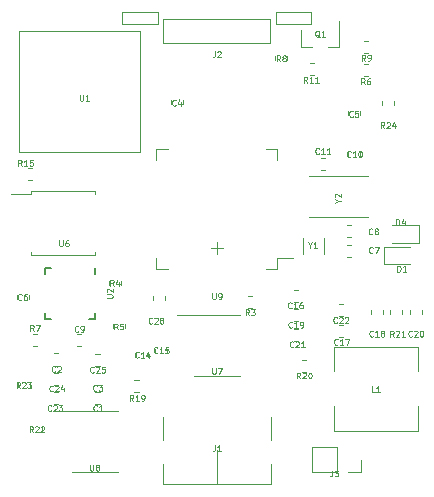
<source format=gbr>
G04 #@! TF.GenerationSoftware,KiCad,Pcbnew,(5.1.6-0-10_14)*
G04 #@! TF.CreationDate,2020-09-27T10:59:16+08:00*
G04 #@! TF.ProjectId,Watch_F4,57617463-685f-4463-942e-6b696361645f,rev?*
G04 #@! TF.SameCoordinates,Original*
G04 #@! TF.FileFunction,Legend,Top*
G04 #@! TF.FilePolarity,Positive*
%FSLAX46Y46*%
G04 Gerber Fmt 4.6, Leading zero omitted, Abs format (unit mm)*
G04 Created by KiCad (PCBNEW (5.1.6-0-10_14)) date 2020-09-27 10:59:16*
%MOMM*%
%LPD*%
G01*
G04 APERTURE LIST*
%ADD10C,0.120000*%
%ADD11C,0.150000*%
%ADD12C,0.050000*%
G04 APERTURE END LIST*
D10*
X148000000Y-105500000D02*
X148000000Y-106500000D01*
X147500000Y-106000000D02*
X148500000Y-106000000D01*
X140000000Y-86000000D02*
X143000000Y-86000000D01*
X140000000Y-87000000D02*
X140000000Y-86000000D01*
X143000000Y-87000000D02*
X140000000Y-87000000D01*
X143000000Y-86000000D02*
X143000000Y-87000000D01*
X153000000Y-87000000D02*
X153000000Y-86000000D01*
X156000000Y-87000000D02*
X153000000Y-87000000D01*
X156000000Y-86000000D02*
X156000000Y-87000000D01*
X153000000Y-86000000D02*
X156000000Y-86000000D01*
X148000000Y-126000000D02*
X148000000Y-123100000D01*
X152580000Y-125935000D02*
X143420000Y-125935000D01*
X143420000Y-125935000D02*
X143420000Y-124230000D01*
X152580000Y-124230000D02*
X152580000Y-125935000D01*
X152580000Y-122220000D02*
X152580000Y-120300000D01*
X143420000Y-120300000D02*
X143420000Y-122220000D01*
X143475000Y-88600000D02*
X143475000Y-86600000D01*
X143475000Y-86600000D02*
X152525000Y-86600000D01*
X152525000Y-86600000D02*
X152525000Y-88600000D01*
X152525000Y-88600000D02*
X143475000Y-88600000D01*
X164400000Y-105885000D02*
X162115000Y-105885000D01*
X162115000Y-105885000D02*
X162115000Y-107355000D01*
X162115000Y-107355000D02*
X164400000Y-107355000D01*
X162800000Y-105535000D02*
X165085000Y-105535000D01*
X165085000Y-105535000D02*
X165085000Y-104065000D01*
X165085000Y-104065000D02*
X162800000Y-104065000D01*
X155160000Y-88960000D02*
X156090000Y-88960000D01*
X158320000Y-88960000D02*
X157390000Y-88960000D01*
X158320000Y-88960000D02*
X158320000Y-86800000D01*
X155160000Y-88960000D02*
X155160000Y-87500000D01*
X163010000Y-93523733D02*
X163010000Y-93866267D01*
X161990000Y-93523733D02*
X161990000Y-93866267D01*
X160498733Y-90370000D02*
X160841267Y-90370000D01*
X160498733Y-91390000D02*
X160841267Y-91390000D01*
X156201267Y-91340000D02*
X155858733Y-91340000D01*
X156201267Y-90320000D02*
X155858733Y-90320000D01*
X160478733Y-88490000D02*
X160821267Y-88490000D01*
X160478733Y-89510000D02*
X160821267Y-89510000D01*
X153960000Y-89718733D02*
X153960000Y-90061267D01*
X152940000Y-89718733D02*
X152940000Y-90061267D01*
X143590000Y-110043733D02*
X143590000Y-110386267D01*
X142570000Y-110043733D02*
X142570000Y-110386267D01*
X143840000Y-97570000D02*
X142890000Y-97570000D01*
X142890000Y-97570000D02*
X142890000Y-98520000D01*
X152160000Y-97570000D02*
X153110000Y-97570000D01*
X153110000Y-97570000D02*
X153110000Y-98520000D01*
X143840000Y-107790000D02*
X142890000Y-107790000D01*
X142890000Y-107790000D02*
X142890000Y-106840000D01*
X152160000Y-107790000D02*
X153110000Y-107790000D01*
X153110000Y-107790000D02*
X153110000Y-106840000D01*
X153110000Y-106840000D02*
X154450000Y-106840000D01*
X131240000Y-87600000D02*
X141460000Y-87620000D01*
X141460000Y-87620000D02*
X141460000Y-97820000D01*
X131240000Y-97820000D02*
X131240000Y-87600000D01*
X131240000Y-97820000D02*
X141460000Y-97820000D01*
X155315000Y-105175000D02*
X155315000Y-106525000D01*
X157065000Y-105175000D02*
X157065000Y-106525000D01*
X160810000Y-103320000D02*
X155810000Y-103320000D01*
X160810000Y-99900000D02*
X155810000Y-99900000D01*
X134980000Y-106615000D02*
X137705000Y-106615000D01*
X137705000Y-106615000D02*
X137705000Y-106355000D01*
X134980000Y-106615000D02*
X132255000Y-106615000D01*
X132255000Y-106615000D02*
X132255000Y-106355000D01*
X134980000Y-101165000D02*
X137705000Y-101165000D01*
X137705000Y-101165000D02*
X137705000Y-101425000D01*
X134980000Y-101165000D02*
X132255000Y-101165000D01*
X132255000Y-101165000D02*
X132255000Y-101425000D01*
X132255000Y-101425000D02*
X130580000Y-101425000D01*
X137650000Y-124910000D02*
X139600000Y-124910000D01*
X137650000Y-124910000D02*
X135700000Y-124910000D01*
X137650000Y-119790000D02*
X139600000Y-119790000D01*
X137650000Y-119790000D02*
X134200000Y-119790000D01*
X148050000Y-116810000D02*
X150000000Y-116810000D01*
X148050000Y-116810000D02*
X146100000Y-116810000D01*
X148050000Y-111690000D02*
X150000000Y-111690000D01*
X148050000Y-111690000D02*
X144600000Y-111690000D01*
D11*
X137720000Y-111970000D02*
X137195000Y-111970000D01*
X133420000Y-107670000D02*
X133945000Y-107670000D01*
X133420000Y-111970000D02*
X133945000Y-111970000D01*
X137720000Y-107670000D02*
X137720000Y-108195000D01*
X133420000Y-107670000D02*
X133420000Y-108195000D01*
X133420000Y-111970000D02*
X133420000Y-111445000D01*
X137720000Y-111970000D02*
X137720000Y-111445000D01*
D10*
X132801267Y-114260000D02*
X132458733Y-114260000D01*
X132801267Y-113240000D02*
X132458733Y-113240000D01*
X140260000Y-112428733D02*
X140260000Y-112771267D01*
X139240000Y-112428733D02*
X139240000Y-112771267D01*
X138850000Y-109076267D02*
X138850000Y-108733733D01*
X139870000Y-109076267D02*
X139870000Y-108733733D01*
X132210000Y-117378733D02*
X132210000Y-117721267D01*
X131190000Y-117378733D02*
X131190000Y-117721267D01*
X132190000Y-121521267D02*
X132190000Y-121178733D01*
X133210000Y-121521267D02*
X133210000Y-121178733D01*
X162690000Y-111571267D02*
X162690000Y-111228733D01*
X163710000Y-111571267D02*
X163710000Y-111228733D01*
X155228733Y-115440000D02*
X155571267Y-115440000D01*
X155228733Y-116460000D02*
X155571267Y-116460000D01*
X141371267Y-118210000D02*
X141028733Y-118210000D01*
X141371267Y-117190000D02*
X141028733Y-117190000D01*
X150971267Y-111060000D02*
X150628733Y-111060000D01*
X150971267Y-110040000D02*
X150628733Y-110040000D01*
X132396267Y-100230000D02*
X132053733Y-100230000D01*
X132396267Y-99210000D02*
X132053733Y-99210000D01*
X157900000Y-119400000D02*
X157900000Y-121450000D01*
X157900000Y-121450000D02*
X165000000Y-121450000D01*
X165000000Y-121450000D02*
X165000000Y-119400000D01*
X157900000Y-116400000D02*
X157900000Y-114350000D01*
X157900000Y-114350000D02*
X165000000Y-114350000D01*
X165000000Y-114350000D02*
X165000000Y-116400000D01*
X158150000Y-122840000D02*
X158150000Y-124960000D01*
X158150000Y-122840000D02*
X156090000Y-122840000D01*
X156090000Y-122840000D02*
X156090000Y-124960000D01*
X158150000Y-124960000D02*
X156090000Y-124960000D01*
X160210000Y-124960000D02*
X159150000Y-124960000D01*
X160210000Y-123900000D02*
X160210000Y-124960000D01*
X137728733Y-114940000D02*
X138071267Y-114940000D01*
X137728733Y-115960000D02*
X138071267Y-115960000D01*
X136501267Y-114260000D02*
X136158733Y-114260000D01*
X136501267Y-113240000D02*
X136158733Y-113240000D01*
X132120000Y-109933733D02*
X132120000Y-110276267D01*
X131100000Y-109933733D02*
X131100000Y-110276267D01*
X144100000Y-93771267D02*
X144100000Y-93428733D01*
X145120000Y-93771267D02*
X145120000Y-93428733D01*
X134596267Y-117565000D02*
X134253733Y-117565000D01*
X134596267Y-116545000D02*
X134253733Y-116545000D01*
X134571267Y-119210000D02*
X134228733Y-119210000D01*
X134571267Y-118190000D02*
X134228733Y-118190000D01*
X158671267Y-111760000D02*
X158328733Y-111760000D01*
X158671267Y-110740000D02*
X158328733Y-110740000D01*
X154533733Y-112800000D02*
X154876267Y-112800000D01*
X154533733Y-113820000D02*
X154876267Y-113820000D01*
X164340000Y-111571267D02*
X164340000Y-111228733D01*
X165360000Y-111571267D02*
X165360000Y-111228733D01*
X154558733Y-111165000D02*
X154901267Y-111165000D01*
X154558733Y-112185000D02*
X154901267Y-112185000D01*
X162060000Y-111228733D02*
X162060000Y-111571267D01*
X161040000Y-111228733D02*
X161040000Y-111571267D01*
X160160000Y-94418733D02*
X160160000Y-94761267D01*
X159140000Y-94418733D02*
X159140000Y-94761267D01*
X158671267Y-113510000D02*
X158328733Y-113510000D01*
X158671267Y-112490000D02*
X158328733Y-112490000D01*
X156858733Y-98360000D02*
X157201267Y-98360000D01*
X156858733Y-99380000D02*
X157201267Y-99380000D01*
X154563733Y-109530000D02*
X154906267Y-109530000D01*
X154563733Y-110550000D02*
X154906267Y-110550000D01*
X159130000Y-98186267D02*
X159130000Y-97843733D01*
X160150000Y-98186267D02*
X160150000Y-97843733D01*
X142790000Y-114846267D02*
X142790000Y-114503733D01*
X143810000Y-114846267D02*
X143810000Y-114503733D01*
X141190000Y-115221267D02*
X141190000Y-114878733D01*
X142210000Y-115221267D02*
X142210000Y-114878733D01*
X158988733Y-104060000D02*
X159331267Y-104060000D01*
X158988733Y-105080000D02*
X159331267Y-105080000D01*
X158993733Y-105710000D02*
X159336267Y-105710000D01*
X158993733Y-106730000D02*
X159336267Y-106730000D01*
X137733733Y-116550000D02*
X138076267Y-116550000D01*
X137733733Y-117570000D02*
X138076267Y-117570000D01*
X134591267Y-115930000D02*
X134248733Y-115930000D01*
X134591267Y-114910000D02*
X134248733Y-114910000D01*
X137728733Y-118190000D02*
X138071267Y-118190000D01*
X137728733Y-119210000D02*
X138071267Y-119210000D01*
D12*
X147833333Y-122676190D02*
X147833333Y-123033333D01*
X147809523Y-123104761D01*
X147761904Y-123152380D01*
X147690476Y-123176190D01*
X147642857Y-123176190D01*
X148333333Y-123176190D02*
X148047619Y-123176190D01*
X148190476Y-123176190D02*
X148190476Y-122676190D01*
X148142857Y-122747619D01*
X148095238Y-122795238D01*
X148047619Y-122819047D01*
X147833333Y-89326190D02*
X147833333Y-89683333D01*
X147809523Y-89754761D01*
X147761904Y-89802380D01*
X147690476Y-89826190D01*
X147642857Y-89826190D01*
X148047619Y-89373809D02*
X148071428Y-89350000D01*
X148119047Y-89326190D01*
X148238095Y-89326190D01*
X148285714Y-89350000D01*
X148309523Y-89373809D01*
X148333333Y-89421428D01*
X148333333Y-89469047D01*
X148309523Y-89540476D01*
X148023809Y-89826190D01*
X148333333Y-89826190D01*
X163180952Y-104026190D02*
X163180952Y-103526190D01*
X163300000Y-103526190D01*
X163371428Y-103550000D01*
X163419047Y-103597619D01*
X163442857Y-103645238D01*
X163466666Y-103740476D01*
X163466666Y-103811904D01*
X163442857Y-103907142D01*
X163419047Y-103954761D01*
X163371428Y-104002380D01*
X163300000Y-104026190D01*
X163180952Y-104026190D01*
X163895238Y-103692857D02*
X163895238Y-104026190D01*
X163776190Y-103502380D02*
X163657142Y-103859523D01*
X163966666Y-103859523D01*
X163280952Y-107976190D02*
X163280952Y-107476190D01*
X163400000Y-107476190D01*
X163471428Y-107500000D01*
X163519047Y-107547619D01*
X163542857Y-107595238D01*
X163566666Y-107690476D01*
X163566666Y-107761904D01*
X163542857Y-107857142D01*
X163519047Y-107904761D01*
X163471428Y-107952380D01*
X163400000Y-107976190D01*
X163280952Y-107976190D01*
X164042857Y-107976190D02*
X163757142Y-107976190D01*
X163900000Y-107976190D02*
X163900000Y-107476190D01*
X163852380Y-107547619D01*
X163804761Y-107595238D01*
X163757142Y-107619047D01*
X156702380Y-88123809D02*
X156654761Y-88100000D01*
X156607142Y-88052380D01*
X156535714Y-87980952D01*
X156488095Y-87957142D01*
X156440476Y-87957142D01*
X156464285Y-88076190D02*
X156416666Y-88052380D01*
X156369047Y-88004761D01*
X156345238Y-87909523D01*
X156345238Y-87742857D01*
X156369047Y-87647619D01*
X156416666Y-87600000D01*
X156464285Y-87576190D01*
X156559523Y-87576190D01*
X156607142Y-87600000D01*
X156654761Y-87647619D01*
X156678571Y-87742857D01*
X156678571Y-87909523D01*
X156654761Y-88004761D01*
X156607142Y-88052380D01*
X156559523Y-88076190D01*
X156464285Y-88076190D01*
X157154761Y-88076190D02*
X156869047Y-88076190D01*
X157011904Y-88076190D02*
X157011904Y-87576190D01*
X156964285Y-87647619D01*
X156916666Y-87695238D01*
X156869047Y-87719047D01*
X162178571Y-95826190D02*
X162011904Y-95588095D01*
X161892857Y-95826190D02*
X161892857Y-95326190D01*
X162083333Y-95326190D01*
X162130952Y-95350000D01*
X162154761Y-95373809D01*
X162178571Y-95421428D01*
X162178571Y-95492857D01*
X162154761Y-95540476D01*
X162130952Y-95564285D01*
X162083333Y-95588095D01*
X161892857Y-95588095D01*
X162369047Y-95373809D02*
X162392857Y-95350000D01*
X162440476Y-95326190D01*
X162559523Y-95326190D01*
X162607142Y-95350000D01*
X162630952Y-95373809D01*
X162654761Y-95421428D01*
X162654761Y-95469047D01*
X162630952Y-95540476D01*
X162345238Y-95826190D01*
X162654761Y-95826190D01*
X163083333Y-95492857D02*
X163083333Y-95826190D01*
X162964285Y-95302380D02*
X162845238Y-95659523D01*
X163154761Y-95659523D01*
X160516666Y-92126190D02*
X160350000Y-91888095D01*
X160230952Y-92126190D02*
X160230952Y-91626190D01*
X160421428Y-91626190D01*
X160469047Y-91650000D01*
X160492857Y-91673809D01*
X160516666Y-91721428D01*
X160516666Y-91792857D01*
X160492857Y-91840476D01*
X160469047Y-91864285D01*
X160421428Y-91888095D01*
X160230952Y-91888095D01*
X160945238Y-91626190D02*
X160850000Y-91626190D01*
X160802380Y-91650000D01*
X160778571Y-91673809D01*
X160730952Y-91745238D01*
X160707142Y-91840476D01*
X160707142Y-92030952D01*
X160730952Y-92078571D01*
X160754761Y-92102380D01*
X160802380Y-92126190D01*
X160897619Y-92126190D01*
X160945238Y-92102380D01*
X160969047Y-92078571D01*
X160992857Y-92030952D01*
X160992857Y-91911904D01*
X160969047Y-91864285D01*
X160945238Y-91840476D01*
X160897619Y-91816666D01*
X160802380Y-91816666D01*
X160754761Y-91840476D01*
X160730952Y-91864285D01*
X160707142Y-91911904D01*
X155678571Y-91976190D02*
X155511904Y-91738095D01*
X155392857Y-91976190D02*
X155392857Y-91476190D01*
X155583333Y-91476190D01*
X155630952Y-91500000D01*
X155654761Y-91523809D01*
X155678571Y-91571428D01*
X155678571Y-91642857D01*
X155654761Y-91690476D01*
X155630952Y-91714285D01*
X155583333Y-91738095D01*
X155392857Y-91738095D01*
X156154761Y-91976190D02*
X155869047Y-91976190D01*
X156011904Y-91976190D02*
X156011904Y-91476190D01*
X155964285Y-91547619D01*
X155916666Y-91595238D01*
X155869047Y-91619047D01*
X156630952Y-91976190D02*
X156345238Y-91976190D01*
X156488095Y-91976190D02*
X156488095Y-91476190D01*
X156440476Y-91547619D01*
X156392857Y-91595238D01*
X156345238Y-91619047D01*
X160566666Y-90126190D02*
X160400000Y-89888095D01*
X160280952Y-90126190D02*
X160280952Y-89626190D01*
X160471428Y-89626190D01*
X160519047Y-89650000D01*
X160542857Y-89673809D01*
X160566666Y-89721428D01*
X160566666Y-89792857D01*
X160542857Y-89840476D01*
X160519047Y-89864285D01*
X160471428Y-89888095D01*
X160280952Y-89888095D01*
X160804761Y-90126190D02*
X160900000Y-90126190D01*
X160947619Y-90102380D01*
X160971428Y-90078571D01*
X161019047Y-90007142D01*
X161042857Y-89911904D01*
X161042857Y-89721428D01*
X161019047Y-89673809D01*
X160995238Y-89650000D01*
X160947619Y-89626190D01*
X160852380Y-89626190D01*
X160804761Y-89650000D01*
X160780952Y-89673809D01*
X160757142Y-89721428D01*
X160757142Y-89840476D01*
X160780952Y-89888095D01*
X160804761Y-89911904D01*
X160852380Y-89935714D01*
X160947619Y-89935714D01*
X160995238Y-89911904D01*
X161019047Y-89888095D01*
X161042857Y-89840476D01*
X153366666Y-90176190D02*
X153200000Y-89938095D01*
X153080952Y-90176190D02*
X153080952Y-89676190D01*
X153271428Y-89676190D01*
X153319047Y-89700000D01*
X153342857Y-89723809D01*
X153366666Y-89771428D01*
X153366666Y-89842857D01*
X153342857Y-89890476D01*
X153319047Y-89914285D01*
X153271428Y-89938095D01*
X153080952Y-89938095D01*
X153652380Y-89890476D02*
X153604761Y-89866666D01*
X153580952Y-89842857D01*
X153557142Y-89795238D01*
X153557142Y-89771428D01*
X153580952Y-89723809D01*
X153604761Y-89700000D01*
X153652380Y-89676190D01*
X153747619Y-89676190D01*
X153795238Y-89700000D01*
X153819047Y-89723809D01*
X153842857Y-89771428D01*
X153842857Y-89795238D01*
X153819047Y-89842857D01*
X153795238Y-89866666D01*
X153747619Y-89890476D01*
X153652380Y-89890476D01*
X153604761Y-89914285D01*
X153580952Y-89938095D01*
X153557142Y-89985714D01*
X153557142Y-90080952D01*
X153580952Y-90128571D01*
X153604761Y-90152380D01*
X153652380Y-90176190D01*
X153747619Y-90176190D01*
X153795238Y-90152380D01*
X153819047Y-90128571D01*
X153842857Y-90080952D01*
X153842857Y-89985714D01*
X153819047Y-89938095D01*
X153795238Y-89914285D01*
X153747619Y-89890476D01*
X142528571Y-112328571D02*
X142504761Y-112352380D01*
X142433333Y-112376190D01*
X142385714Y-112376190D01*
X142314285Y-112352380D01*
X142266666Y-112304761D01*
X142242857Y-112257142D01*
X142219047Y-112161904D01*
X142219047Y-112090476D01*
X142242857Y-111995238D01*
X142266666Y-111947619D01*
X142314285Y-111900000D01*
X142385714Y-111876190D01*
X142433333Y-111876190D01*
X142504761Y-111900000D01*
X142528571Y-111923809D01*
X142719047Y-111923809D02*
X142742857Y-111900000D01*
X142790476Y-111876190D01*
X142909523Y-111876190D01*
X142957142Y-111900000D01*
X142980952Y-111923809D01*
X143004761Y-111971428D01*
X143004761Y-112019047D01*
X142980952Y-112090476D01*
X142695238Y-112376190D01*
X143004761Y-112376190D01*
X143290476Y-112090476D02*
X143242857Y-112066666D01*
X143219047Y-112042857D01*
X143195238Y-111995238D01*
X143195238Y-111971428D01*
X143219047Y-111923809D01*
X143242857Y-111900000D01*
X143290476Y-111876190D01*
X143385714Y-111876190D01*
X143433333Y-111900000D01*
X143457142Y-111923809D01*
X143480952Y-111971428D01*
X143480952Y-111995238D01*
X143457142Y-112042857D01*
X143433333Y-112066666D01*
X143385714Y-112090476D01*
X143290476Y-112090476D01*
X143242857Y-112114285D01*
X143219047Y-112138095D01*
X143195238Y-112185714D01*
X143195238Y-112280952D01*
X143219047Y-112328571D01*
X143242857Y-112352380D01*
X143290476Y-112376190D01*
X143385714Y-112376190D01*
X143433333Y-112352380D01*
X143457142Y-112328571D01*
X143480952Y-112280952D01*
X143480952Y-112185714D01*
X143457142Y-112138095D01*
X143433333Y-112114285D01*
X143385714Y-112090476D01*
X147619047Y-109806190D02*
X147619047Y-110210952D01*
X147642857Y-110258571D01*
X147666666Y-110282380D01*
X147714285Y-110306190D01*
X147809523Y-110306190D01*
X147857142Y-110282380D01*
X147880952Y-110258571D01*
X147904761Y-110210952D01*
X147904761Y-109806190D01*
X148166666Y-110306190D02*
X148261904Y-110306190D01*
X148309523Y-110282380D01*
X148333333Y-110258571D01*
X148380952Y-110187142D01*
X148404761Y-110091904D01*
X148404761Y-109901428D01*
X148380952Y-109853809D01*
X148357142Y-109830000D01*
X148309523Y-109806190D01*
X148214285Y-109806190D01*
X148166666Y-109830000D01*
X148142857Y-109853809D01*
X148119047Y-109901428D01*
X148119047Y-110020476D01*
X148142857Y-110068095D01*
X148166666Y-110091904D01*
X148214285Y-110115714D01*
X148309523Y-110115714D01*
X148357142Y-110091904D01*
X148380952Y-110068095D01*
X148404761Y-110020476D01*
X136399047Y-92996190D02*
X136399047Y-93400952D01*
X136422857Y-93448571D01*
X136446666Y-93472380D01*
X136494285Y-93496190D01*
X136589523Y-93496190D01*
X136637142Y-93472380D01*
X136660952Y-93448571D01*
X136684761Y-93400952D01*
X136684761Y-92996190D01*
X137184761Y-93496190D02*
X136899047Y-93496190D01*
X137041904Y-93496190D02*
X137041904Y-92996190D01*
X136994285Y-93067619D01*
X136946666Y-93115238D01*
X136899047Y-93139047D01*
X155891904Y-105728095D02*
X155891904Y-105966190D01*
X155725238Y-105466190D02*
X155891904Y-105728095D01*
X156058571Y-105466190D01*
X156487142Y-105966190D02*
X156201428Y-105966190D01*
X156344285Y-105966190D02*
X156344285Y-105466190D01*
X156296666Y-105537619D01*
X156249047Y-105585238D01*
X156201428Y-105609047D01*
X158258095Y-101978095D02*
X158496190Y-101978095D01*
X157996190Y-102144761D02*
X158258095Y-101978095D01*
X157996190Y-101811428D01*
X158043809Y-101668571D02*
X158020000Y-101644761D01*
X157996190Y-101597142D01*
X157996190Y-101478095D01*
X158020000Y-101430476D01*
X158043809Y-101406666D01*
X158091428Y-101382857D01*
X158139047Y-101382857D01*
X158210476Y-101406666D01*
X158496190Y-101692380D01*
X158496190Y-101382857D01*
X134669047Y-105326190D02*
X134669047Y-105730952D01*
X134692857Y-105778571D01*
X134716666Y-105802380D01*
X134764285Y-105826190D01*
X134859523Y-105826190D01*
X134907142Y-105802380D01*
X134930952Y-105778571D01*
X134954761Y-105730952D01*
X134954761Y-105326190D01*
X135407142Y-105326190D02*
X135311904Y-105326190D01*
X135264285Y-105350000D01*
X135240476Y-105373809D01*
X135192857Y-105445238D01*
X135169047Y-105540476D01*
X135169047Y-105730952D01*
X135192857Y-105778571D01*
X135216666Y-105802380D01*
X135264285Y-105826190D01*
X135359523Y-105826190D01*
X135407142Y-105802380D01*
X135430952Y-105778571D01*
X135454761Y-105730952D01*
X135454761Y-105611904D01*
X135430952Y-105564285D01*
X135407142Y-105540476D01*
X135359523Y-105516666D01*
X135264285Y-105516666D01*
X135216666Y-105540476D01*
X135192857Y-105564285D01*
X135169047Y-105611904D01*
X137269047Y-124326190D02*
X137269047Y-124730952D01*
X137292857Y-124778571D01*
X137316666Y-124802380D01*
X137364285Y-124826190D01*
X137459523Y-124826190D01*
X137507142Y-124802380D01*
X137530952Y-124778571D01*
X137554761Y-124730952D01*
X137554761Y-124326190D01*
X137864285Y-124540476D02*
X137816666Y-124516666D01*
X137792857Y-124492857D01*
X137769047Y-124445238D01*
X137769047Y-124421428D01*
X137792857Y-124373809D01*
X137816666Y-124350000D01*
X137864285Y-124326190D01*
X137959523Y-124326190D01*
X138007142Y-124350000D01*
X138030952Y-124373809D01*
X138054761Y-124421428D01*
X138054761Y-124445238D01*
X138030952Y-124492857D01*
X138007142Y-124516666D01*
X137959523Y-124540476D01*
X137864285Y-124540476D01*
X137816666Y-124564285D01*
X137792857Y-124588095D01*
X137769047Y-124635714D01*
X137769047Y-124730952D01*
X137792857Y-124778571D01*
X137816666Y-124802380D01*
X137864285Y-124826190D01*
X137959523Y-124826190D01*
X138007142Y-124802380D01*
X138030952Y-124778571D01*
X138054761Y-124730952D01*
X138054761Y-124635714D01*
X138030952Y-124588095D01*
X138007142Y-124564285D01*
X137959523Y-124540476D01*
X147619047Y-116126190D02*
X147619047Y-116530952D01*
X147642857Y-116578571D01*
X147666666Y-116602380D01*
X147714285Y-116626190D01*
X147809523Y-116626190D01*
X147857142Y-116602380D01*
X147880952Y-116578571D01*
X147904761Y-116530952D01*
X147904761Y-116126190D01*
X148095238Y-116126190D02*
X148428571Y-116126190D01*
X148214285Y-116626190D01*
X138671190Y-110200952D02*
X139075952Y-110200952D01*
X139123571Y-110177142D01*
X139147380Y-110153333D01*
X139171190Y-110105714D01*
X139171190Y-110010476D01*
X139147380Y-109962857D01*
X139123571Y-109939047D01*
X139075952Y-109915238D01*
X138671190Y-109915238D01*
X138718809Y-109700952D02*
X138695000Y-109677142D01*
X138671190Y-109629523D01*
X138671190Y-109510476D01*
X138695000Y-109462857D01*
X138718809Y-109439047D01*
X138766428Y-109415238D01*
X138814047Y-109415238D01*
X138885476Y-109439047D01*
X139171190Y-109724761D01*
X139171190Y-109415238D01*
X132504666Y-113002190D02*
X132338000Y-112764095D01*
X132218952Y-113002190D02*
X132218952Y-112502190D01*
X132409428Y-112502190D01*
X132457047Y-112526000D01*
X132480857Y-112549809D01*
X132504666Y-112597428D01*
X132504666Y-112668857D01*
X132480857Y-112716476D01*
X132457047Y-112740285D01*
X132409428Y-112764095D01*
X132218952Y-112764095D01*
X132671333Y-112502190D02*
X133004666Y-112502190D01*
X132790380Y-113002190D01*
X139616666Y-112876190D02*
X139450000Y-112638095D01*
X139330952Y-112876190D02*
X139330952Y-112376190D01*
X139521428Y-112376190D01*
X139569047Y-112400000D01*
X139592857Y-112423809D01*
X139616666Y-112471428D01*
X139616666Y-112542857D01*
X139592857Y-112590476D01*
X139569047Y-112614285D01*
X139521428Y-112638095D01*
X139330952Y-112638095D01*
X140069047Y-112376190D02*
X139830952Y-112376190D01*
X139807142Y-112614285D01*
X139830952Y-112590476D01*
X139878571Y-112566666D01*
X139997619Y-112566666D01*
X140045238Y-112590476D01*
X140069047Y-112614285D01*
X140092857Y-112661904D01*
X140092857Y-112780952D01*
X140069047Y-112828571D01*
X140045238Y-112852380D01*
X139997619Y-112876190D01*
X139878571Y-112876190D01*
X139830952Y-112852380D01*
X139807142Y-112828571D01*
X139266666Y-109176190D02*
X139100000Y-108938095D01*
X138980952Y-109176190D02*
X138980952Y-108676190D01*
X139171428Y-108676190D01*
X139219047Y-108700000D01*
X139242857Y-108723809D01*
X139266666Y-108771428D01*
X139266666Y-108842857D01*
X139242857Y-108890476D01*
X139219047Y-108914285D01*
X139171428Y-108938095D01*
X138980952Y-108938095D01*
X139695238Y-108842857D02*
X139695238Y-109176190D01*
X139576190Y-108652380D02*
X139457142Y-109009523D01*
X139766666Y-109009523D01*
X131328571Y-117826190D02*
X131161904Y-117588095D01*
X131042857Y-117826190D02*
X131042857Y-117326190D01*
X131233333Y-117326190D01*
X131280952Y-117350000D01*
X131304761Y-117373809D01*
X131328571Y-117421428D01*
X131328571Y-117492857D01*
X131304761Y-117540476D01*
X131280952Y-117564285D01*
X131233333Y-117588095D01*
X131042857Y-117588095D01*
X131519047Y-117373809D02*
X131542857Y-117350000D01*
X131590476Y-117326190D01*
X131709523Y-117326190D01*
X131757142Y-117350000D01*
X131780952Y-117373809D01*
X131804761Y-117421428D01*
X131804761Y-117469047D01*
X131780952Y-117540476D01*
X131495238Y-117826190D01*
X131804761Y-117826190D01*
X131971428Y-117326190D02*
X132280952Y-117326190D01*
X132114285Y-117516666D01*
X132185714Y-117516666D01*
X132233333Y-117540476D01*
X132257142Y-117564285D01*
X132280952Y-117611904D01*
X132280952Y-117730952D01*
X132257142Y-117778571D01*
X132233333Y-117802380D01*
X132185714Y-117826190D01*
X132042857Y-117826190D01*
X131995238Y-117802380D01*
X131971428Y-117778571D01*
X132428571Y-121576190D02*
X132261904Y-121338095D01*
X132142857Y-121576190D02*
X132142857Y-121076190D01*
X132333333Y-121076190D01*
X132380952Y-121100000D01*
X132404761Y-121123809D01*
X132428571Y-121171428D01*
X132428571Y-121242857D01*
X132404761Y-121290476D01*
X132380952Y-121314285D01*
X132333333Y-121338095D01*
X132142857Y-121338095D01*
X132619047Y-121123809D02*
X132642857Y-121100000D01*
X132690476Y-121076190D01*
X132809523Y-121076190D01*
X132857142Y-121100000D01*
X132880952Y-121123809D01*
X132904761Y-121171428D01*
X132904761Y-121219047D01*
X132880952Y-121290476D01*
X132595238Y-121576190D01*
X132904761Y-121576190D01*
X133095238Y-121123809D02*
X133119047Y-121100000D01*
X133166666Y-121076190D01*
X133285714Y-121076190D01*
X133333333Y-121100000D01*
X133357142Y-121123809D01*
X133380952Y-121171428D01*
X133380952Y-121219047D01*
X133357142Y-121290476D01*
X133071428Y-121576190D01*
X133380952Y-121576190D01*
X162978571Y-113476190D02*
X162811904Y-113238095D01*
X162692857Y-113476190D02*
X162692857Y-112976190D01*
X162883333Y-112976190D01*
X162930952Y-113000000D01*
X162954761Y-113023809D01*
X162978571Y-113071428D01*
X162978571Y-113142857D01*
X162954761Y-113190476D01*
X162930952Y-113214285D01*
X162883333Y-113238095D01*
X162692857Y-113238095D01*
X163169047Y-113023809D02*
X163192857Y-113000000D01*
X163240476Y-112976190D01*
X163359523Y-112976190D01*
X163407142Y-113000000D01*
X163430952Y-113023809D01*
X163454761Y-113071428D01*
X163454761Y-113119047D01*
X163430952Y-113190476D01*
X163145238Y-113476190D01*
X163454761Y-113476190D01*
X163930952Y-113476190D02*
X163645238Y-113476190D01*
X163788095Y-113476190D02*
X163788095Y-112976190D01*
X163740476Y-113047619D01*
X163692857Y-113095238D01*
X163645238Y-113119047D01*
X155078571Y-117026190D02*
X154911904Y-116788095D01*
X154792857Y-117026190D02*
X154792857Y-116526190D01*
X154983333Y-116526190D01*
X155030952Y-116550000D01*
X155054761Y-116573809D01*
X155078571Y-116621428D01*
X155078571Y-116692857D01*
X155054761Y-116740476D01*
X155030952Y-116764285D01*
X154983333Y-116788095D01*
X154792857Y-116788095D01*
X155269047Y-116573809D02*
X155292857Y-116550000D01*
X155340476Y-116526190D01*
X155459523Y-116526190D01*
X155507142Y-116550000D01*
X155530952Y-116573809D01*
X155554761Y-116621428D01*
X155554761Y-116669047D01*
X155530952Y-116740476D01*
X155245238Y-117026190D01*
X155554761Y-117026190D01*
X155864285Y-116526190D02*
X155911904Y-116526190D01*
X155959523Y-116550000D01*
X155983333Y-116573809D01*
X156007142Y-116621428D01*
X156030952Y-116716666D01*
X156030952Y-116835714D01*
X156007142Y-116930952D01*
X155983333Y-116978571D01*
X155959523Y-117002380D01*
X155911904Y-117026190D01*
X155864285Y-117026190D01*
X155816666Y-117002380D01*
X155792857Y-116978571D01*
X155769047Y-116930952D01*
X155745238Y-116835714D01*
X155745238Y-116716666D01*
X155769047Y-116621428D01*
X155792857Y-116573809D01*
X155816666Y-116550000D01*
X155864285Y-116526190D01*
X140928571Y-118926190D02*
X140761904Y-118688095D01*
X140642857Y-118926190D02*
X140642857Y-118426190D01*
X140833333Y-118426190D01*
X140880952Y-118450000D01*
X140904761Y-118473809D01*
X140928571Y-118521428D01*
X140928571Y-118592857D01*
X140904761Y-118640476D01*
X140880952Y-118664285D01*
X140833333Y-118688095D01*
X140642857Y-118688095D01*
X141404761Y-118926190D02*
X141119047Y-118926190D01*
X141261904Y-118926190D02*
X141261904Y-118426190D01*
X141214285Y-118497619D01*
X141166666Y-118545238D01*
X141119047Y-118569047D01*
X141642857Y-118926190D02*
X141738095Y-118926190D01*
X141785714Y-118902380D01*
X141809523Y-118878571D01*
X141857142Y-118807142D01*
X141880952Y-118711904D01*
X141880952Y-118521428D01*
X141857142Y-118473809D01*
X141833333Y-118450000D01*
X141785714Y-118426190D01*
X141690476Y-118426190D01*
X141642857Y-118450000D01*
X141619047Y-118473809D01*
X141595238Y-118521428D01*
X141595238Y-118640476D01*
X141619047Y-118688095D01*
X141642857Y-118711904D01*
X141690476Y-118735714D01*
X141785714Y-118735714D01*
X141833333Y-118711904D01*
X141857142Y-118688095D01*
X141880952Y-118640476D01*
X150716666Y-111676190D02*
X150550000Y-111438095D01*
X150430952Y-111676190D02*
X150430952Y-111176190D01*
X150621428Y-111176190D01*
X150669047Y-111200000D01*
X150692857Y-111223809D01*
X150716666Y-111271428D01*
X150716666Y-111342857D01*
X150692857Y-111390476D01*
X150669047Y-111414285D01*
X150621428Y-111438095D01*
X150430952Y-111438095D01*
X150883333Y-111176190D02*
X151192857Y-111176190D01*
X151026190Y-111366666D01*
X151097619Y-111366666D01*
X151145238Y-111390476D01*
X151169047Y-111414285D01*
X151192857Y-111461904D01*
X151192857Y-111580952D01*
X151169047Y-111628571D01*
X151145238Y-111652380D01*
X151097619Y-111676190D01*
X150954761Y-111676190D01*
X150907142Y-111652380D01*
X150883333Y-111628571D01*
X131478571Y-99026190D02*
X131311904Y-98788095D01*
X131192857Y-99026190D02*
X131192857Y-98526190D01*
X131383333Y-98526190D01*
X131430952Y-98550000D01*
X131454761Y-98573809D01*
X131478571Y-98621428D01*
X131478571Y-98692857D01*
X131454761Y-98740476D01*
X131430952Y-98764285D01*
X131383333Y-98788095D01*
X131192857Y-98788095D01*
X131954761Y-99026190D02*
X131669047Y-99026190D01*
X131811904Y-99026190D02*
X131811904Y-98526190D01*
X131764285Y-98597619D01*
X131716666Y-98645238D01*
X131669047Y-98669047D01*
X132407142Y-98526190D02*
X132169047Y-98526190D01*
X132145238Y-98764285D01*
X132169047Y-98740476D01*
X132216666Y-98716666D01*
X132335714Y-98716666D01*
X132383333Y-98740476D01*
X132407142Y-98764285D01*
X132430952Y-98811904D01*
X132430952Y-98930952D01*
X132407142Y-98978571D01*
X132383333Y-99002380D01*
X132335714Y-99026190D01*
X132216666Y-99026190D01*
X132169047Y-99002380D01*
X132145238Y-98978571D01*
X161356666Y-118186190D02*
X161118571Y-118186190D01*
X161118571Y-117686190D01*
X161785238Y-118186190D02*
X161499523Y-118186190D01*
X161642380Y-118186190D02*
X161642380Y-117686190D01*
X161594761Y-117757619D01*
X161547142Y-117805238D01*
X161499523Y-117829047D01*
X157783333Y-124826190D02*
X157783333Y-125183333D01*
X157759523Y-125254761D01*
X157711904Y-125302380D01*
X157640476Y-125326190D01*
X157592857Y-125326190D01*
X157973809Y-124826190D02*
X158283333Y-124826190D01*
X158116666Y-125016666D01*
X158188095Y-125016666D01*
X158235714Y-125040476D01*
X158259523Y-125064285D01*
X158283333Y-125111904D01*
X158283333Y-125230952D01*
X158259523Y-125278571D01*
X158235714Y-125302380D01*
X158188095Y-125326190D01*
X158045238Y-125326190D01*
X157997619Y-125302380D01*
X157973809Y-125278571D01*
X137578571Y-116478571D02*
X137554761Y-116502380D01*
X137483333Y-116526190D01*
X137435714Y-116526190D01*
X137364285Y-116502380D01*
X137316666Y-116454761D01*
X137292857Y-116407142D01*
X137269047Y-116311904D01*
X137269047Y-116240476D01*
X137292857Y-116145238D01*
X137316666Y-116097619D01*
X137364285Y-116050000D01*
X137435714Y-116026190D01*
X137483333Y-116026190D01*
X137554761Y-116050000D01*
X137578571Y-116073809D01*
X137769047Y-116073809D02*
X137792857Y-116050000D01*
X137840476Y-116026190D01*
X137959523Y-116026190D01*
X138007142Y-116050000D01*
X138030952Y-116073809D01*
X138054761Y-116121428D01*
X138054761Y-116169047D01*
X138030952Y-116240476D01*
X137745238Y-116526190D01*
X138054761Y-116526190D01*
X138507142Y-116026190D02*
X138269047Y-116026190D01*
X138245238Y-116264285D01*
X138269047Y-116240476D01*
X138316666Y-116216666D01*
X138435714Y-116216666D01*
X138483333Y-116240476D01*
X138507142Y-116264285D01*
X138530952Y-116311904D01*
X138530952Y-116430952D01*
X138507142Y-116478571D01*
X138483333Y-116502380D01*
X138435714Y-116526190D01*
X138316666Y-116526190D01*
X138269047Y-116502380D01*
X138245238Y-116478571D01*
X136266666Y-113028571D02*
X136242857Y-113052380D01*
X136171428Y-113076190D01*
X136123809Y-113076190D01*
X136052380Y-113052380D01*
X136004761Y-113004761D01*
X135980952Y-112957142D01*
X135957142Y-112861904D01*
X135957142Y-112790476D01*
X135980952Y-112695238D01*
X136004761Y-112647619D01*
X136052380Y-112600000D01*
X136123809Y-112576190D01*
X136171428Y-112576190D01*
X136242857Y-112600000D01*
X136266666Y-112623809D01*
X136504761Y-113076190D02*
X136600000Y-113076190D01*
X136647619Y-113052380D01*
X136671428Y-113028571D01*
X136719047Y-112957142D01*
X136742857Y-112861904D01*
X136742857Y-112671428D01*
X136719047Y-112623809D01*
X136695238Y-112600000D01*
X136647619Y-112576190D01*
X136552380Y-112576190D01*
X136504761Y-112600000D01*
X136480952Y-112623809D01*
X136457142Y-112671428D01*
X136457142Y-112790476D01*
X136480952Y-112838095D01*
X136504761Y-112861904D01*
X136552380Y-112885714D01*
X136647619Y-112885714D01*
X136695238Y-112861904D01*
X136719047Y-112838095D01*
X136742857Y-112790476D01*
X131466666Y-110328571D02*
X131442857Y-110352380D01*
X131371428Y-110376190D01*
X131323809Y-110376190D01*
X131252380Y-110352380D01*
X131204761Y-110304761D01*
X131180952Y-110257142D01*
X131157142Y-110161904D01*
X131157142Y-110090476D01*
X131180952Y-109995238D01*
X131204761Y-109947619D01*
X131252380Y-109900000D01*
X131323809Y-109876190D01*
X131371428Y-109876190D01*
X131442857Y-109900000D01*
X131466666Y-109923809D01*
X131895238Y-109876190D02*
X131800000Y-109876190D01*
X131752380Y-109900000D01*
X131728571Y-109923809D01*
X131680952Y-109995238D01*
X131657142Y-110090476D01*
X131657142Y-110280952D01*
X131680952Y-110328571D01*
X131704761Y-110352380D01*
X131752380Y-110376190D01*
X131847619Y-110376190D01*
X131895238Y-110352380D01*
X131919047Y-110328571D01*
X131942857Y-110280952D01*
X131942857Y-110161904D01*
X131919047Y-110114285D01*
X131895238Y-110090476D01*
X131847619Y-110066666D01*
X131752380Y-110066666D01*
X131704761Y-110090476D01*
X131680952Y-110114285D01*
X131657142Y-110161904D01*
X144516666Y-93878571D02*
X144492857Y-93902380D01*
X144421428Y-93926190D01*
X144373809Y-93926190D01*
X144302380Y-93902380D01*
X144254761Y-93854761D01*
X144230952Y-93807142D01*
X144207142Y-93711904D01*
X144207142Y-93640476D01*
X144230952Y-93545238D01*
X144254761Y-93497619D01*
X144302380Y-93450000D01*
X144373809Y-93426190D01*
X144421428Y-93426190D01*
X144492857Y-93450000D01*
X144516666Y-93473809D01*
X144945238Y-93592857D02*
X144945238Y-93926190D01*
X144826190Y-93402380D02*
X144707142Y-93759523D01*
X145016666Y-93759523D01*
X134128571Y-118078571D02*
X134104761Y-118102380D01*
X134033333Y-118126190D01*
X133985714Y-118126190D01*
X133914285Y-118102380D01*
X133866666Y-118054761D01*
X133842857Y-118007142D01*
X133819047Y-117911904D01*
X133819047Y-117840476D01*
X133842857Y-117745238D01*
X133866666Y-117697619D01*
X133914285Y-117650000D01*
X133985714Y-117626190D01*
X134033333Y-117626190D01*
X134104761Y-117650000D01*
X134128571Y-117673809D01*
X134319047Y-117673809D02*
X134342857Y-117650000D01*
X134390476Y-117626190D01*
X134509523Y-117626190D01*
X134557142Y-117650000D01*
X134580952Y-117673809D01*
X134604761Y-117721428D01*
X134604761Y-117769047D01*
X134580952Y-117840476D01*
X134295238Y-118126190D01*
X134604761Y-118126190D01*
X135033333Y-117792857D02*
X135033333Y-118126190D01*
X134914285Y-117602380D02*
X134795238Y-117959523D01*
X135104761Y-117959523D01*
X133978571Y-119728571D02*
X133954761Y-119752380D01*
X133883333Y-119776190D01*
X133835714Y-119776190D01*
X133764285Y-119752380D01*
X133716666Y-119704761D01*
X133692857Y-119657142D01*
X133669047Y-119561904D01*
X133669047Y-119490476D01*
X133692857Y-119395238D01*
X133716666Y-119347619D01*
X133764285Y-119300000D01*
X133835714Y-119276190D01*
X133883333Y-119276190D01*
X133954761Y-119300000D01*
X133978571Y-119323809D01*
X134169047Y-119323809D02*
X134192857Y-119300000D01*
X134240476Y-119276190D01*
X134359523Y-119276190D01*
X134407142Y-119300000D01*
X134430952Y-119323809D01*
X134454761Y-119371428D01*
X134454761Y-119419047D01*
X134430952Y-119490476D01*
X134145238Y-119776190D01*
X134454761Y-119776190D01*
X134621428Y-119276190D02*
X134930952Y-119276190D01*
X134764285Y-119466666D01*
X134835714Y-119466666D01*
X134883333Y-119490476D01*
X134907142Y-119514285D01*
X134930952Y-119561904D01*
X134930952Y-119680952D01*
X134907142Y-119728571D01*
X134883333Y-119752380D01*
X134835714Y-119776190D01*
X134692857Y-119776190D01*
X134645238Y-119752380D01*
X134621428Y-119728571D01*
X158178571Y-112278571D02*
X158154761Y-112302380D01*
X158083333Y-112326190D01*
X158035714Y-112326190D01*
X157964285Y-112302380D01*
X157916666Y-112254761D01*
X157892857Y-112207142D01*
X157869047Y-112111904D01*
X157869047Y-112040476D01*
X157892857Y-111945238D01*
X157916666Y-111897619D01*
X157964285Y-111850000D01*
X158035714Y-111826190D01*
X158083333Y-111826190D01*
X158154761Y-111850000D01*
X158178571Y-111873809D01*
X158369047Y-111873809D02*
X158392857Y-111850000D01*
X158440476Y-111826190D01*
X158559523Y-111826190D01*
X158607142Y-111850000D01*
X158630952Y-111873809D01*
X158654761Y-111921428D01*
X158654761Y-111969047D01*
X158630952Y-112040476D01*
X158345238Y-112326190D01*
X158654761Y-112326190D01*
X158845238Y-111873809D02*
X158869047Y-111850000D01*
X158916666Y-111826190D01*
X159035714Y-111826190D01*
X159083333Y-111850000D01*
X159107142Y-111873809D01*
X159130952Y-111921428D01*
X159130952Y-111969047D01*
X159107142Y-112040476D01*
X158821428Y-112326190D01*
X159130952Y-112326190D01*
X154478571Y-114328571D02*
X154454761Y-114352380D01*
X154383333Y-114376190D01*
X154335714Y-114376190D01*
X154264285Y-114352380D01*
X154216666Y-114304761D01*
X154192857Y-114257142D01*
X154169047Y-114161904D01*
X154169047Y-114090476D01*
X154192857Y-113995238D01*
X154216666Y-113947619D01*
X154264285Y-113900000D01*
X154335714Y-113876190D01*
X154383333Y-113876190D01*
X154454761Y-113900000D01*
X154478571Y-113923809D01*
X154669047Y-113923809D02*
X154692857Y-113900000D01*
X154740476Y-113876190D01*
X154859523Y-113876190D01*
X154907142Y-113900000D01*
X154930952Y-113923809D01*
X154954761Y-113971428D01*
X154954761Y-114019047D01*
X154930952Y-114090476D01*
X154645238Y-114376190D01*
X154954761Y-114376190D01*
X155430952Y-114376190D02*
X155145238Y-114376190D01*
X155288095Y-114376190D02*
X155288095Y-113876190D01*
X155240476Y-113947619D01*
X155192857Y-113995238D01*
X155145238Y-114019047D01*
X164528571Y-113428571D02*
X164504761Y-113452380D01*
X164433333Y-113476190D01*
X164385714Y-113476190D01*
X164314285Y-113452380D01*
X164266666Y-113404761D01*
X164242857Y-113357142D01*
X164219047Y-113261904D01*
X164219047Y-113190476D01*
X164242857Y-113095238D01*
X164266666Y-113047619D01*
X164314285Y-113000000D01*
X164385714Y-112976190D01*
X164433333Y-112976190D01*
X164504761Y-113000000D01*
X164528571Y-113023809D01*
X164719047Y-113023809D02*
X164742857Y-113000000D01*
X164790476Y-112976190D01*
X164909523Y-112976190D01*
X164957142Y-113000000D01*
X164980952Y-113023809D01*
X165004761Y-113071428D01*
X165004761Y-113119047D01*
X164980952Y-113190476D01*
X164695238Y-113476190D01*
X165004761Y-113476190D01*
X165314285Y-112976190D02*
X165361904Y-112976190D01*
X165409523Y-113000000D01*
X165433333Y-113023809D01*
X165457142Y-113071428D01*
X165480952Y-113166666D01*
X165480952Y-113285714D01*
X165457142Y-113380952D01*
X165433333Y-113428571D01*
X165409523Y-113452380D01*
X165361904Y-113476190D01*
X165314285Y-113476190D01*
X165266666Y-113452380D01*
X165242857Y-113428571D01*
X165219047Y-113380952D01*
X165195238Y-113285714D01*
X165195238Y-113166666D01*
X165219047Y-113071428D01*
X165242857Y-113023809D01*
X165266666Y-113000000D01*
X165314285Y-112976190D01*
X154378571Y-112678571D02*
X154354761Y-112702380D01*
X154283333Y-112726190D01*
X154235714Y-112726190D01*
X154164285Y-112702380D01*
X154116666Y-112654761D01*
X154092857Y-112607142D01*
X154069047Y-112511904D01*
X154069047Y-112440476D01*
X154092857Y-112345238D01*
X154116666Y-112297619D01*
X154164285Y-112250000D01*
X154235714Y-112226190D01*
X154283333Y-112226190D01*
X154354761Y-112250000D01*
X154378571Y-112273809D01*
X154854761Y-112726190D02*
X154569047Y-112726190D01*
X154711904Y-112726190D02*
X154711904Y-112226190D01*
X154664285Y-112297619D01*
X154616666Y-112345238D01*
X154569047Y-112369047D01*
X155092857Y-112726190D02*
X155188095Y-112726190D01*
X155235714Y-112702380D01*
X155259523Y-112678571D01*
X155307142Y-112607142D01*
X155330952Y-112511904D01*
X155330952Y-112321428D01*
X155307142Y-112273809D01*
X155283333Y-112250000D01*
X155235714Y-112226190D01*
X155140476Y-112226190D01*
X155092857Y-112250000D01*
X155069047Y-112273809D01*
X155045238Y-112321428D01*
X155045238Y-112440476D01*
X155069047Y-112488095D01*
X155092857Y-112511904D01*
X155140476Y-112535714D01*
X155235714Y-112535714D01*
X155283333Y-112511904D01*
X155307142Y-112488095D01*
X155330952Y-112440476D01*
X161228571Y-113428571D02*
X161204761Y-113452380D01*
X161133333Y-113476190D01*
X161085714Y-113476190D01*
X161014285Y-113452380D01*
X160966666Y-113404761D01*
X160942857Y-113357142D01*
X160919047Y-113261904D01*
X160919047Y-113190476D01*
X160942857Y-113095238D01*
X160966666Y-113047619D01*
X161014285Y-113000000D01*
X161085714Y-112976190D01*
X161133333Y-112976190D01*
X161204761Y-113000000D01*
X161228571Y-113023809D01*
X161704761Y-113476190D02*
X161419047Y-113476190D01*
X161561904Y-113476190D02*
X161561904Y-112976190D01*
X161514285Y-113047619D01*
X161466666Y-113095238D01*
X161419047Y-113119047D01*
X161990476Y-113190476D02*
X161942857Y-113166666D01*
X161919047Y-113142857D01*
X161895238Y-113095238D01*
X161895238Y-113071428D01*
X161919047Y-113023809D01*
X161942857Y-113000000D01*
X161990476Y-112976190D01*
X162085714Y-112976190D01*
X162133333Y-113000000D01*
X162157142Y-113023809D01*
X162180952Y-113071428D01*
X162180952Y-113095238D01*
X162157142Y-113142857D01*
X162133333Y-113166666D01*
X162085714Y-113190476D01*
X161990476Y-113190476D01*
X161942857Y-113214285D01*
X161919047Y-113238095D01*
X161895238Y-113285714D01*
X161895238Y-113380952D01*
X161919047Y-113428571D01*
X161942857Y-113452380D01*
X161990476Y-113476190D01*
X162085714Y-113476190D01*
X162133333Y-113452380D01*
X162157142Y-113428571D01*
X162180952Y-113380952D01*
X162180952Y-113285714D01*
X162157142Y-113238095D01*
X162133333Y-113214285D01*
X162085714Y-113190476D01*
X159516666Y-94828571D02*
X159492857Y-94852380D01*
X159421428Y-94876190D01*
X159373809Y-94876190D01*
X159302380Y-94852380D01*
X159254761Y-94804761D01*
X159230952Y-94757142D01*
X159207142Y-94661904D01*
X159207142Y-94590476D01*
X159230952Y-94495238D01*
X159254761Y-94447619D01*
X159302380Y-94400000D01*
X159373809Y-94376190D01*
X159421428Y-94376190D01*
X159492857Y-94400000D01*
X159516666Y-94423809D01*
X159969047Y-94376190D02*
X159730952Y-94376190D01*
X159707142Y-94614285D01*
X159730952Y-94590476D01*
X159778571Y-94566666D01*
X159897619Y-94566666D01*
X159945238Y-94590476D01*
X159969047Y-94614285D01*
X159992857Y-94661904D01*
X159992857Y-94780952D01*
X159969047Y-94828571D01*
X159945238Y-94852380D01*
X159897619Y-94876190D01*
X159778571Y-94876190D01*
X159730952Y-94852380D01*
X159707142Y-94828571D01*
X158228571Y-114128571D02*
X158204761Y-114152380D01*
X158133333Y-114176190D01*
X158085714Y-114176190D01*
X158014285Y-114152380D01*
X157966666Y-114104761D01*
X157942857Y-114057142D01*
X157919047Y-113961904D01*
X157919047Y-113890476D01*
X157942857Y-113795238D01*
X157966666Y-113747619D01*
X158014285Y-113700000D01*
X158085714Y-113676190D01*
X158133333Y-113676190D01*
X158204761Y-113700000D01*
X158228571Y-113723809D01*
X158704761Y-114176190D02*
X158419047Y-114176190D01*
X158561904Y-114176190D02*
X158561904Y-113676190D01*
X158514285Y-113747619D01*
X158466666Y-113795238D01*
X158419047Y-113819047D01*
X158871428Y-113676190D02*
X159204761Y-113676190D01*
X158990476Y-114176190D01*
X156650571Y-97968571D02*
X156626761Y-97992380D01*
X156555333Y-98016190D01*
X156507714Y-98016190D01*
X156436285Y-97992380D01*
X156388666Y-97944761D01*
X156364857Y-97897142D01*
X156341047Y-97801904D01*
X156341047Y-97730476D01*
X156364857Y-97635238D01*
X156388666Y-97587619D01*
X156436285Y-97540000D01*
X156507714Y-97516190D01*
X156555333Y-97516190D01*
X156626761Y-97540000D01*
X156650571Y-97563809D01*
X157126761Y-98016190D02*
X156841047Y-98016190D01*
X156983904Y-98016190D02*
X156983904Y-97516190D01*
X156936285Y-97587619D01*
X156888666Y-97635238D01*
X156841047Y-97659047D01*
X157602952Y-98016190D02*
X157317238Y-98016190D01*
X157460095Y-98016190D02*
X157460095Y-97516190D01*
X157412476Y-97587619D01*
X157364857Y-97635238D01*
X157317238Y-97659047D01*
X154328571Y-111028571D02*
X154304761Y-111052380D01*
X154233333Y-111076190D01*
X154185714Y-111076190D01*
X154114285Y-111052380D01*
X154066666Y-111004761D01*
X154042857Y-110957142D01*
X154019047Y-110861904D01*
X154019047Y-110790476D01*
X154042857Y-110695238D01*
X154066666Y-110647619D01*
X154114285Y-110600000D01*
X154185714Y-110576190D01*
X154233333Y-110576190D01*
X154304761Y-110600000D01*
X154328571Y-110623809D01*
X154804761Y-111076190D02*
X154519047Y-111076190D01*
X154661904Y-111076190D02*
X154661904Y-110576190D01*
X154614285Y-110647619D01*
X154566666Y-110695238D01*
X154519047Y-110719047D01*
X155233333Y-110576190D02*
X155138095Y-110576190D01*
X155090476Y-110600000D01*
X155066666Y-110623809D01*
X155019047Y-110695238D01*
X154995238Y-110790476D01*
X154995238Y-110980952D01*
X155019047Y-111028571D01*
X155042857Y-111052380D01*
X155090476Y-111076190D01*
X155185714Y-111076190D01*
X155233333Y-111052380D01*
X155257142Y-111028571D01*
X155280952Y-110980952D01*
X155280952Y-110861904D01*
X155257142Y-110814285D01*
X155233333Y-110790476D01*
X155185714Y-110766666D01*
X155090476Y-110766666D01*
X155042857Y-110790476D01*
X155019047Y-110814285D01*
X154995238Y-110861904D01*
X159328571Y-98228571D02*
X159304761Y-98252380D01*
X159233333Y-98276190D01*
X159185714Y-98276190D01*
X159114285Y-98252380D01*
X159066666Y-98204761D01*
X159042857Y-98157142D01*
X159019047Y-98061904D01*
X159019047Y-97990476D01*
X159042857Y-97895238D01*
X159066666Y-97847619D01*
X159114285Y-97800000D01*
X159185714Y-97776190D01*
X159233333Y-97776190D01*
X159304761Y-97800000D01*
X159328571Y-97823809D01*
X159804761Y-98276190D02*
X159519047Y-98276190D01*
X159661904Y-98276190D02*
X159661904Y-97776190D01*
X159614285Y-97847619D01*
X159566666Y-97895238D01*
X159519047Y-97919047D01*
X160114285Y-97776190D02*
X160161904Y-97776190D01*
X160209523Y-97800000D01*
X160233333Y-97823809D01*
X160257142Y-97871428D01*
X160280952Y-97966666D01*
X160280952Y-98085714D01*
X160257142Y-98180952D01*
X160233333Y-98228571D01*
X160209523Y-98252380D01*
X160161904Y-98276190D01*
X160114285Y-98276190D01*
X160066666Y-98252380D01*
X160042857Y-98228571D01*
X160019047Y-98180952D01*
X159995238Y-98085714D01*
X159995238Y-97966666D01*
X160019047Y-97871428D01*
X160042857Y-97823809D01*
X160066666Y-97800000D01*
X160114285Y-97776190D01*
X142978571Y-114833571D02*
X142954761Y-114857380D01*
X142883333Y-114881190D01*
X142835714Y-114881190D01*
X142764285Y-114857380D01*
X142716666Y-114809761D01*
X142692857Y-114762142D01*
X142669047Y-114666904D01*
X142669047Y-114595476D01*
X142692857Y-114500238D01*
X142716666Y-114452619D01*
X142764285Y-114405000D01*
X142835714Y-114381190D01*
X142883333Y-114381190D01*
X142954761Y-114405000D01*
X142978571Y-114428809D01*
X143454761Y-114881190D02*
X143169047Y-114881190D01*
X143311904Y-114881190D02*
X143311904Y-114381190D01*
X143264285Y-114452619D01*
X143216666Y-114500238D01*
X143169047Y-114524047D01*
X143907142Y-114381190D02*
X143669047Y-114381190D01*
X143645238Y-114619285D01*
X143669047Y-114595476D01*
X143716666Y-114571666D01*
X143835714Y-114571666D01*
X143883333Y-114595476D01*
X143907142Y-114619285D01*
X143930952Y-114666904D01*
X143930952Y-114785952D01*
X143907142Y-114833571D01*
X143883333Y-114857380D01*
X143835714Y-114881190D01*
X143716666Y-114881190D01*
X143669047Y-114857380D01*
X143645238Y-114833571D01*
X141378571Y-115228571D02*
X141354761Y-115252380D01*
X141283333Y-115276190D01*
X141235714Y-115276190D01*
X141164285Y-115252380D01*
X141116666Y-115204761D01*
X141092857Y-115157142D01*
X141069047Y-115061904D01*
X141069047Y-114990476D01*
X141092857Y-114895238D01*
X141116666Y-114847619D01*
X141164285Y-114800000D01*
X141235714Y-114776190D01*
X141283333Y-114776190D01*
X141354761Y-114800000D01*
X141378571Y-114823809D01*
X141854761Y-115276190D02*
X141569047Y-115276190D01*
X141711904Y-115276190D02*
X141711904Y-114776190D01*
X141664285Y-114847619D01*
X141616666Y-114895238D01*
X141569047Y-114919047D01*
X142283333Y-114942857D02*
X142283333Y-115276190D01*
X142164285Y-114752380D02*
X142045238Y-115109523D01*
X142354761Y-115109523D01*
X161166666Y-104778571D02*
X161142857Y-104802380D01*
X161071428Y-104826190D01*
X161023809Y-104826190D01*
X160952380Y-104802380D01*
X160904761Y-104754761D01*
X160880952Y-104707142D01*
X160857142Y-104611904D01*
X160857142Y-104540476D01*
X160880952Y-104445238D01*
X160904761Y-104397619D01*
X160952380Y-104350000D01*
X161023809Y-104326190D01*
X161071428Y-104326190D01*
X161142857Y-104350000D01*
X161166666Y-104373809D01*
X161452380Y-104540476D02*
X161404761Y-104516666D01*
X161380952Y-104492857D01*
X161357142Y-104445238D01*
X161357142Y-104421428D01*
X161380952Y-104373809D01*
X161404761Y-104350000D01*
X161452380Y-104326190D01*
X161547619Y-104326190D01*
X161595238Y-104350000D01*
X161619047Y-104373809D01*
X161642857Y-104421428D01*
X161642857Y-104445238D01*
X161619047Y-104492857D01*
X161595238Y-104516666D01*
X161547619Y-104540476D01*
X161452380Y-104540476D01*
X161404761Y-104564285D01*
X161380952Y-104588095D01*
X161357142Y-104635714D01*
X161357142Y-104730952D01*
X161380952Y-104778571D01*
X161404761Y-104802380D01*
X161452380Y-104826190D01*
X161547619Y-104826190D01*
X161595238Y-104802380D01*
X161619047Y-104778571D01*
X161642857Y-104730952D01*
X161642857Y-104635714D01*
X161619047Y-104588095D01*
X161595238Y-104564285D01*
X161547619Y-104540476D01*
X161206666Y-106350571D02*
X161182857Y-106374380D01*
X161111428Y-106398190D01*
X161063809Y-106398190D01*
X160992380Y-106374380D01*
X160944761Y-106326761D01*
X160920952Y-106279142D01*
X160897142Y-106183904D01*
X160897142Y-106112476D01*
X160920952Y-106017238D01*
X160944761Y-105969619D01*
X160992380Y-105922000D01*
X161063809Y-105898190D01*
X161111428Y-105898190D01*
X161182857Y-105922000D01*
X161206666Y-105945809D01*
X161373333Y-105898190D02*
X161706666Y-105898190D01*
X161492380Y-106398190D01*
X137838666Y-118028571D02*
X137814857Y-118052380D01*
X137743428Y-118076190D01*
X137695809Y-118076190D01*
X137624380Y-118052380D01*
X137576761Y-118004761D01*
X137552952Y-117957142D01*
X137529142Y-117861904D01*
X137529142Y-117790476D01*
X137552952Y-117695238D01*
X137576761Y-117647619D01*
X137624380Y-117600000D01*
X137695809Y-117576190D01*
X137743428Y-117576190D01*
X137814857Y-117600000D01*
X137838666Y-117623809D01*
X138005333Y-117576190D02*
X138314857Y-117576190D01*
X138148190Y-117766666D01*
X138219619Y-117766666D01*
X138267238Y-117790476D01*
X138291047Y-117814285D01*
X138314857Y-117861904D01*
X138314857Y-117980952D01*
X138291047Y-118028571D01*
X138267238Y-118052380D01*
X138219619Y-118076190D01*
X138076761Y-118076190D01*
X138029142Y-118052380D01*
X138005333Y-118028571D01*
X134316666Y-116428571D02*
X134292857Y-116452380D01*
X134221428Y-116476190D01*
X134173809Y-116476190D01*
X134102380Y-116452380D01*
X134054761Y-116404761D01*
X134030952Y-116357142D01*
X134007142Y-116261904D01*
X134007142Y-116190476D01*
X134030952Y-116095238D01*
X134054761Y-116047619D01*
X134102380Y-116000000D01*
X134173809Y-115976190D01*
X134221428Y-115976190D01*
X134292857Y-116000000D01*
X134316666Y-116023809D01*
X134507142Y-116023809D02*
X134530952Y-116000000D01*
X134578571Y-115976190D01*
X134697619Y-115976190D01*
X134745238Y-116000000D01*
X134769047Y-116023809D01*
X134792857Y-116071428D01*
X134792857Y-116119047D01*
X134769047Y-116190476D01*
X134483333Y-116476190D01*
X134792857Y-116476190D01*
X137866666Y-119728571D02*
X137842857Y-119752380D01*
X137771428Y-119776190D01*
X137723809Y-119776190D01*
X137652380Y-119752380D01*
X137604761Y-119704761D01*
X137580952Y-119657142D01*
X137557142Y-119561904D01*
X137557142Y-119490476D01*
X137580952Y-119395238D01*
X137604761Y-119347619D01*
X137652380Y-119300000D01*
X137723809Y-119276190D01*
X137771428Y-119276190D01*
X137842857Y-119300000D01*
X137866666Y-119323809D01*
X138342857Y-119776190D02*
X138057142Y-119776190D01*
X138200000Y-119776190D02*
X138200000Y-119276190D01*
X138152380Y-119347619D01*
X138104761Y-119395238D01*
X138057142Y-119419047D01*
M02*

</source>
